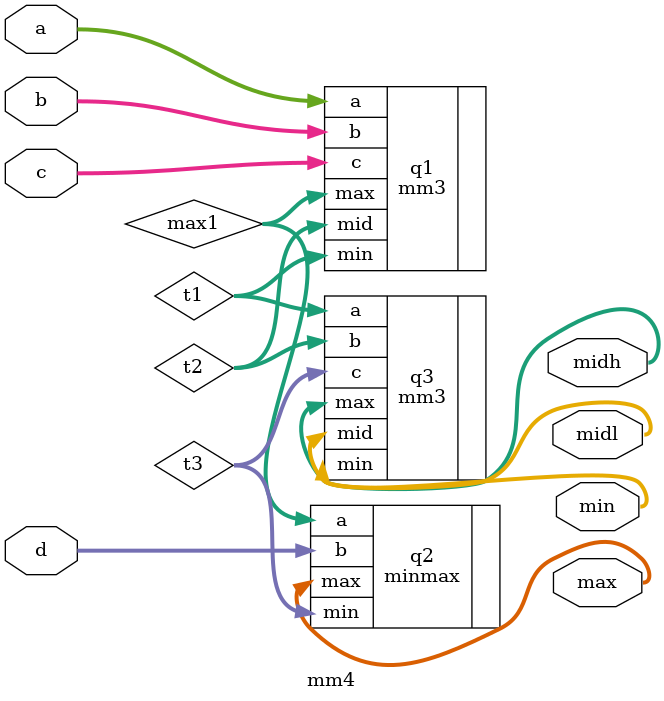
<source format=v>
module mm4 (a,b,c,d,max,midh,midl,min);
	input [7:0] a,b,c,d;
	output [7:0] max,midh,midl,min;
	
	//mm4 dut5_03 (.a(),.b(),.c(),.d(),.max(),.midh(),.midl(),.min());
	wire [7:0] t1,t2,t3,max1;
	mm3 q1(.a(a),.b(b),.c(c),.min(t1),.mid(t2),.max(max1));
	
	minmax q2(.a(max1),.b(d),.min(t3),.max(max));
	
	mm3 q3(.a(t1),.b(t2),.c(t3),.min(min),.mid(midl),.max(midh));
	
endmodule
</source>
